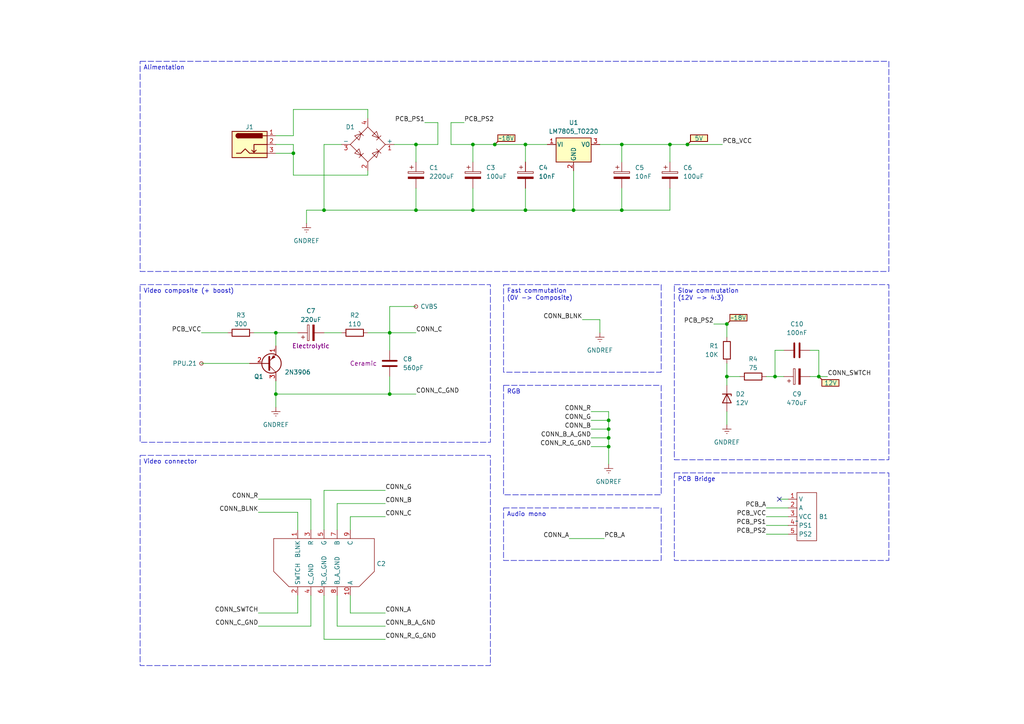
<source format=kicad_sch>
(kicad_sch (version 20230121) (generator eeschema)
  (paper "A4")
  (title_block (title "NES Composite") (date "2023-12-21") (rev "1.1") (company "Cool Inc."))
  (lib_symbols
    (symbol "Connector:Barrel_Jack_Switch_Pin3Ring" (pin_names hide)
      (property "Reference" "J" (at 0 5.334 0))
      (property "Value" "Barrel_Jack_Switch_Pin3Ring" (at 0 -5.08 0))
      (symbol "Barrel_Jack_Switch_Pin3Ring_0_1"
        (rectangle (start -5.08 3.81) (end 5.08 -3.81) (stroke (width 0.254)) (fill (type background)))
        (arc (start -3.302 3.175) (mid -3.9343 2.54) (end -3.302 1.905) (stroke (width 0.254)))
        (arc (start -3.302 3.175) (mid -3.9343 2.54) (end -3.302 1.905) (stroke (width 0.254)) (fill (type outline)))
        (polyline (pts (xy 1.27 -2.286) (xy 1.905 -1.651)) (stroke (width 0.254)))
        (polyline (pts (xy 5.08 2.54) (xy 3.81 2.54)) (stroke (width 0.254)))
        (polyline (pts (xy 5.08 0) (xy 1.27 0) (xy 1.27 -2.286) (xy 0.635 -1.651)) (stroke (width 0.254)))
        (polyline (pts (xy -3.81 -2.54) (xy -2.54 -2.54) (xy -1.27 -1.27) (xy 0 -2.54) (xy 2.54 -2.54) (xy 5.08 -2.54)) (stroke (width 0.254)))
        (rectangle (start 3.683 3.175) (end -3.302 1.905) (stroke (width 0.254)) (fill (type outline)))
      )
      (symbol "Barrel_Jack_Switch_Pin3Ring_1_1"
        (pin passive line (at 7.62 2.54 180) (length 2.54) (name "~") (number "1"))
        (pin passive line (at 7.62 0 180) (length 2.54) (name "~") (number "2"))
        (pin passive line (at 7.62 -2.54 180) (length 2.54) (name "~") (number "3"))
      )
    )
    (symbol "Connector:TestPoint_Flag" (pin_numbers hide) (pin_names (offset 0.762) hide)
      (property "Reference" "TP" (at 3.429 1.778 0))
      (property "Value" "TestPoint_Flag" (at 3.302 4.191 0))
      (symbol "TestPoint_Flag_0_1"
        (polyline (pts (xy 0 0) (xy 0.889 0.889)) (stroke (width 0.254)))
        (rectangle (start 0.889 2.794) (end 5.842 0.889) (stroke (width 0.254)) (fill (type background)))
      )
      (symbol "TestPoint_Flag_1_1"
        (pin passive line (at 0 0 90) (length 0) (name "1") (number "1"))
      )
    )
    (symbol "Connector:TestPoint_Small" (pin_numbers hide) (pin_names (offset 0.762) hide)
      (property "Reference" "TP" (at 0 3.81 0))
      (property "Value" "TestPoint_Small" (at 0 2.032 0))
      (symbol "TestPoint_Small_0_1"
        (circle (center 0 0) (radius 0.508))
      )
      (symbol "TestPoint_Small_1_1"
        (pin passive line (at 0 0 90) (length 0) (name "1") (number "1"))
      )
    )
    (symbol "Device:C" (pin_numbers hide) (pin_names (offset 0.254))
      (property "Reference" "C" (at 0.635 2.54 0))
      (property "Value" "C" (at 0.635 -2.54 0))
      (symbol "C_0_1"
        (polyline (pts (xy -2.032 -0.762) (xy 2.032 -0.762)) (stroke (width 0.508)))
        (polyline (pts (xy -2.032 0.762) (xy 2.032 0.762)) (stroke (width 0.508)))
      )
      (symbol "C_1_1"
        (pin passive line (at 0 3.81 270) (length 2.794) (name "~") (number "1"))
        (pin passive line (at 0 -3.81 90) (length 2.794) (name "~") (number "2"))
      )
    )
    (symbol "Device:C_Polarized" (pin_numbers hide) (pin_names (offset 0.254))
      (property "Reference" "C" (at 0.635 2.54 0))
      (property "Value" "C_Polarized" (at 0.635 -2.54 0))
      (symbol "C_Polarized_0_1"
        (rectangle (start -2.286 0.508) (end 2.286 1.016))
        (polyline (pts (xy -1.778 2.286) (xy -0.762 2.286)))
        (polyline (pts (xy -1.27 2.794) (xy -1.27 1.778)))
        (rectangle (start 2.286 -0.508) (end -2.286 -1.016) (fill (type outline)))
      )
      (symbol "C_Polarized_1_1"
        (pin passive line (at 0 3.81 270) (length 2.794) (name "~") (number "1"))
        (pin passive line (at 0 -3.81 90) (length 2.794) (name "~") (number "2"))
      )
    )
    (symbol "Device:D_Zener" (pin_numbers hide) (pin_names (offset 1.016) hide)
      (property "Reference" "D" (at 0 2.54 0))
      (property "Value" "D_Zener" (at 0 -2.54 0))
      (symbol "D_Zener_0_1"
        (polyline (pts (xy 1.27 0) (xy -1.27 0)))
        (polyline (pts (xy -1.27 -1.27) (xy -1.27 1.27) (xy -0.762 1.27)) (stroke (width 0.254)))
        (polyline (pts (xy 1.27 -1.27) (xy 1.27 1.27) (xy -1.27 0) (xy 1.27 -1.27)) (stroke (width 0.254)))
      )
      (symbol "D_Zener_1_1"
        (pin passive line (at -3.81 0 0) (length 2.54) (name "K") (number "1"))
        (pin passive line (at 3.81 0 180) (length 2.54) (name "A") (number "2"))
      )
    )
    (symbol "Device:R" (pin_numbers hide) (pin_names (offset 0))
      (property "Reference" "R" (at 2.032 0 90))
      (property "Value" "R" (at 0 0 90))
      (symbol "R_0_1"
        (rectangle (start -1.016 -2.54) (end 1.016 2.54) (stroke (width 0.254)))
      )
      (symbol "R_1_1"
        (pin passive line (at 0 3.81 270) (length 1.27) (name "~") (number "1"))
        (pin passive line (at 0 -3.81 90) (length 1.27) (name "~") (number "2"))
      )
    )
    (symbol "Diode_Bridge:B40R" (pin_names (offset 0))
      (property "Reference" "D" (at 2.54 6.985 0))
      (property "Value" "B40R" (at 2.54 5.08 0))
      (symbol "B40R_0_1"
        (polyline (pts (xy -2.54 3.81) (xy -1.27 2.54)))
        (polyline (pts (xy -1.27 -2.54) (xy -2.54 -3.81)))
        (polyline (pts (xy 2.54 -1.27) (xy 3.81 -2.54)))
        (polyline (pts (xy 2.54 1.27) (xy 3.81 2.54)))
        (polyline (pts (xy -3.81 2.54) (xy -2.54 1.27) (xy -1.905 3.175) (xy -3.81 2.54)))
        (polyline (pts (xy -2.54 -1.27) (xy -3.81 -2.54) (xy -1.905 -3.175) (xy -2.54 -1.27)))
        (polyline (pts (xy 1.27 2.54) (xy 2.54 3.81) (xy 3.175 1.905) (xy 1.27 2.54)))
        (polyline (pts (xy 3.175 -1.905) (xy 1.27 -2.54) (xy 2.54 -3.81) (xy 3.175 -1.905)))
        (polyline (pts (xy -5.08 0) (xy 0 -5.08) (xy 5.08 0) (xy 0 5.08) (xy -5.08 0)))
      )
      (symbol "B40R_1_1"
        (pin passive line (at 7.62 0 180) (length 2.54) (name "+") (number "1"))
        (pin passive line (at 0 -7.62 90) (length 2.54) (name "~") (number "2"))
        (pin passive line (at -7.62 0 0) (length 2.54) (name "-") (number "3"))
        (pin passive line (at 0 7.62 270) (length 2.54) (name "~") (number "4"))
      )
    )
    (symbol "NESComposite:NES_PCB_BRIDGE"
      (property "Reference" "B" (at 2.54 8.255 0))
      (symbol "NES_PCB_BRIDGE_0_1"
        (rectangle (start 0 6.985) (end 5.715 -6.985))
      )
      (symbol "NES_PCB_BRIDGE_1_1"
        (pin input line (at -2.54 5.08 0) (length 2.54) (name "V") (number "1"))
        (pin input line (at -2.54 2.54 0) (length 2.54) (name "A") (number "2"))
        (pin power_in line (at -2.54 0 0) (length 2.54) (name "VCC") (number "3"))
        (pin passive line (at -2.54 -2.54 0) (length 2.54) (name "PS1") (number "4"))
        (pin passive line (at -2.54 -5.08 0) (length 2.54) (name "PS2") (number "5"))
      )
    )
    (symbol "NESComposite:NES_video_connector"
      (property "Reference" "C" (at 16.1925 1.5875 0))
      (symbol "NES_video_connector_0_1"
        (polyline (pts (xy -10.16 -6.35) (xy -14.605 -1.905) (xy -14.605 7.62)))
        (polyline (pts (xy -10.16 -6.35) (xy 10.16 -6.35) (xy 14.605 -1.905) (xy 14.605 7.62) (xy -14.605 7.62)))
      )
      (symbol "NES_video_connector_1_1"
        (pin output line (at -7.62 10.16 270) (length 2.54) (name "BLNK") (number "1"))
        (pin output line (at 7.62 -8.89 90) (length 2.54) (name "A") (number "10"))
        (pin output line (at -7.62 -8.89 90) (length 2.54) (name "SWTCH") (number "2"))
        (pin output line (at -3.81 10.16 270) (length 2.54) (name "R") (number "3"))
        (pin passive line (at -3.81 -8.89 90) (length 2.54) (name "C_GND") (number "4"))
        (pin output line (at 0 10.16 270) (length 2.54) (name "G") (number "5"))
        (pin passive line (at 0 -8.89 90) (length 2.54) (name "R_G_GND") (number "6"))
        (pin output line (at 3.81 10.16 270) (length 2.54) (name "B") (number "7"))
        (pin passive line (at 3.81 -8.89 90) (length 2.54) (name "B_A_GND") (number "8"))
        (pin output line (at 7.62 10.16 270) (length 2.54) (name "C") (number "9"))
      )
    )
    (symbol "Regulator_Linear:LM7805_TO220" (pin_names (offset 0.254))
      (property "Reference" "U" (at -3.81 3.175 0))
      (property "Value" "LM7805_TO220" (at 0 3.175 0))
      (symbol "LM7805_TO220_0_1"
        (rectangle (start -5.08 1.905) (end 5.08 -5.08) (stroke (width 0.254)) (fill (type background)))
      )
      (symbol "LM7805_TO220_1_1"
        (pin power_in line (at -7.62 0 0) (length 2.54) (name "VI") (number "1"))
        (pin power_in line (at 0 -7.62 90) (length 2.54) (name "GND") (number "2"))
        (pin power_out line (at 7.62 0 180) (length 2.54) (name "VO") (number "3"))
      )
    )
    (symbol "Transistor_BJT:2N3906" (pin_names (offset 0) hide)
      (property "Reference" "Q" (at 5.08 1.905 0))
      (property "Value" "2N3906" (at 5.08 0 0))
      (symbol "2N3906_0_1"
        (polyline (pts (xy 0.635 0.635) (xy 2.54 2.54)))
        (polyline (pts (xy 0.635 -0.635) (xy 2.54 -2.54) (xy 2.54 -2.54)))
        (polyline (pts (xy 0.635 1.905) (xy 0.635 -1.905) (xy 0.635 -1.905)) (stroke (width 0.508)))
        (polyline (pts (xy 2.286 -1.778) (xy 1.778 -2.286) (xy 1.27 -1.27) (xy 2.286 -1.778) (xy 2.286 -1.778)) (fill (type outline)))
        (circle (center 1.27 0) (radius 2.8194) (stroke (width 0.254)))
      )
      (symbol "2N3906_1_1"
        (pin passive line (at 2.54 -5.08 90) (length 2.54) (name "E") (number "1"))
        (pin input line (at -5.08 0 0) (length 5.715) (name "B") (number "2"))
        (pin passive line (at 2.54 5.08 270) (length 2.54) (name "C") (number "3"))
      )
    )
    (symbol "power:GNDREF" (power) (pin_names (offset 0))
      (property "Value" "GNDREF" (at 0 -3.81 0))
      (symbol "GNDREF_0_1"
        (polyline (pts (xy -0.635 -1.905) (xy 0.635 -1.905)))
        (polyline (pts (xy -0.127 -2.54) (xy 0.127 -2.54)))
        (polyline (pts (xy 0 -1.27) (xy 0 0)))
        (polyline (pts (xy 1.27 -1.27) (xy -1.27 -1.27)))
      )
      (symbol "GNDREF_1_1"
        (pin power_in line (at 0 0 270) (length 0) hide (name "GNDREF") (number "1"))
      )
    )
  )
  (junction (at 194.31 41.91))
  (junction (at 237.49 109.22))
  (junction (at 120.65 60.96))
  (junction (at 199.39 41.91))
  (junction (at 137.16 41.91))
  (junction (at 85.09 44.45))
  (junction (at 180.34 60.96))
  (junction (at 176.53 124.46))
  (junction (at 176.53 127))
  (junction (at 120.65 41.91))
  (junction (at 137.16 60.96))
  (junction (at 180.34 41.91))
  (junction (at 176.53 129.54))
  (junction (at 176.53 121.92))
  (junction (at 166.37 60.96))
  (junction (at 152.4 41.91))
  (junction (at 210.82 93.98))
  (junction (at 80.01 96.52))
  (junction (at 113.03 114.3))
  (junction (at 152.4 60.96))
  (junction (at 113.03 96.52))
  (junction (at 80.01 114.3))
  (junction (at 210.82 109.22))
  (junction (at 143.51 41.91))
  (junction (at 224.79 109.22))
  (junction (at 93.98 60.96))
  (no_connect (at 226.06 144.78))
  (wire (pts (xy 101.6 177.8) (xy 111.76 177.8)))
  (wire (pts (xy 222.25 149.86) (xy 228.6 149.86)))
  (wire (pts (xy 113.03 96.52) (xy 120.65 96.52)))
  (wire (pts (xy 176.53 127) (xy 176.53 129.54)))
  (wire (pts (xy 152.4 60.96) (xy 166.37 60.96)))
  (wire (pts (xy 210.82 93.98) (xy 210.82 97.79)))
  (wire (pts (xy 222.25 152.4) (xy 228.6 152.4)))
  (wire (pts (xy 180.34 54.61) (xy 180.34 60.96)))
  (wire (pts (xy 166.37 49.53) (xy 166.37 60.96)))
  (wire (pts (xy 90.17 144.78) (xy 74.93 144.78)))
  (wire (pts (xy 194.31 60.96) (xy 194.31 54.61)))
  (wire (pts (xy 171.45 124.46) (xy 176.53 124.46)))
  (wire (pts (xy 86.36 177.8) (xy 74.93 177.8)))
  (wire (pts (xy 194.31 41.91) (xy 199.39 41.91)))
  (wire (pts (xy 80.01 114.3) (xy 80.01 118.11)))
  (wire (pts (xy 120.65 88.9) (xy 113.03 88.9)))
  (wire (pts (xy 97.79 146.05) (xy 111.76 146.05)))
  (wire (pts (xy 97.79 172.72) (xy 97.79 181.61)))
  (wire (pts (xy 224.79 109.22) (xy 227.33 109.22)))
  (wire (pts (xy 106.68 50.8) (xy 85.09 50.8)))
  (wire (pts (xy 106.68 31.75) (xy 106.68 34.29)))
  (wire (pts (xy 173.99 92.71) (xy 173.99 96.52)))
  (wire (pts (xy 101.6 172.72) (xy 101.6 177.8)))
  (wire (pts (xy 152.4 41.91) (xy 152.4 46.99)))
  (wire (pts (xy 93.98 60.96) (xy 88.9 60.96)))
  (wire (pts (xy 93.98 96.52) (xy 99.06 96.52)))
  (wire (pts (xy 106.68 96.52) (xy 113.03 96.52)))
  (wire (pts (xy 90.17 153.67) (xy 90.17 144.78)))
  (wire (pts (xy 58.42 96.52) (xy 66.04 96.52)))
  (wire (pts (xy 180.34 60.96) (xy 194.31 60.96)))
  (wire (pts (xy 176.53 121.92) (xy 176.53 124.46)))
  (wire (pts (xy 137.16 54.61) (xy 137.16 60.96)))
  (wire (pts (xy 165.1 156.21) (xy 175.26 156.21)))
  (wire (pts (xy 85.09 31.75) (xy 106.68 31.75)))
  (wire (pts (xy 130.81 35.56) (xy 130.81 41.91)))
  (wire (pts (xy 134.62 35.56) (xy 130.81 35.56)))
  (wire (pts (xy 86.36 148.59) (xy 74.93 148.59)))
  (wire (pts (xy 73.66 96.52) (xy 80.01 96.52)))
  (wire (pts (xy 90.17 181.61) (xy 74.93 181.61)))
  (wire (pts (xy 180.34 41.91) (xy 180.34 46.99)))
  (wire (pts (xy 113.03 96.52) (xy 113.03 101.6)))
  (wire (pts (xy 127 35.56) (xy 123.19 35.56)))
  (wire (pts (xy 106.68 49.53) (xy 106.68 50.8)))
  (wire (pts (xy 93.98 142.24) (xy 111.76 142.24)))
  (wire (pts (xy 72.39 105.41) (xy 58.42 105.41)))
  (wire (pts (xy 152.4 54.61) (xy 152.4 60.96)))
  (wire (pts (xy 171.45 119.38) (xy 176.53 119.38)))
  (wire (pts (xy 80.01 96.52) (xy 80.01 100.33)))
  (wire (pts (xy 90.17 172.72) (xy 90.17 181.61)))
  (wire (pts (xy 224.79 101.6) (xy 224.79 109.22)))
  (wire (pts (xy 127 35.56) (xy 127 41.91)))
  (wire (pts (xy 227.33 101.6) (xy 224.79 101.6)))
  (wire (pts (xy 85.09 50.8) (xy 85.09 44.45)))
  (wire (pts (xy 237.49 101.6) (xy 237.49 109.22)))
  (wire (pts (xy 120.65 41.91) (xy 127 41.91)))
  (wire (pts (xy 113.03 114.3) (xy 120.65 114.3)))
  (wire (pts (xy 93.98 41.91) (xy 93.98 60.96)))
  (wire (pts (xy 130.81 41.91) (xy 137.16 41.91)))
  (wire (pts (xy 80.01 114.3) (xy 113.03 114.3)))
  (wire (pts (xy 226.06 144.78) (xy 228.6 144.78)))
  (wire (pts (xy 176.53 124.46) (xy 176.53 127)))
  (wire (pts (xy 93.98 185.42) (xy 111.76 185.42)))
  (wire (pts (xy 237.49 109.22) (xy 240.03 109.22)))
  (wire (pts (xy 85.09 41.91) (xy 85.09 44.45)))
  (wire (pts (xy 199.39 41.91) (xy 209.55 41.91)))
  (wire (pts (xy 166.37 60.96) (xy 180.34 60.96)))
  (wire (pts (xy 137.16 41.91) (xy 143.51 41.91)))
  (wire (pts (xy 234.95 101.6) (xy 237.49 101.6)))
  (wire (pts (xy 88.9 60.96) (xy 88.9 64.77)))
  (wire (pts (xy 80.01 110.49) (xy 80.01 114.3)))
  (wire (pts (xy 171.45 121.92) (xy 176.53 121.92)))
  (wire (pts (xy 176.53 129.54) (xy 176.53 134.62)))
  (wire (pts (xy 93.98 153.67) (xy 93.98 142.24)))
  (wire (pts (xy 80.01 41.91) (xy 85.09 41.91)))
  (wire (pts (xy 113.03 109.22) (xy 113.03 114.3)))
  (wire (pts (xy 210.82 105.41) (xy 210.82 109.22)))
  (wire (pts (xy 180.34 41.91) (xy 194.31 41.91)))
  (wire (pts (xy 120.65 60.96) (xy 137.16 60.96)))
  (wire (pts (xy 171.45 127) (xy 176.53 127)))
  (wire (pts (xy 207.01 93.98) (xy 210.82 93.98)))
  (wire (pts (xy 176.53 119.38) (xy 176.53 121.92)))
  (wire (pts (xy 173.99 41.91) (xy 180.34 41.91)))
  (wire (pts (xy 80.01 39.37) (xy 85.09 39.37)))
  (wire (pts (xy 80.01 44.45) (xy 85.09 44.45)))
  (wire (pts (xy 171.45 129.54) (xy 176.53 129.54)))
  (wire (pts (xy 210.82 109.22) (xy 210.82 111.76)))
  (wire (pts (xy 97.79 181.61) (xy 111.76 181.61)))
  (wire (pts (xy 152.4 41.91) (xy 158.75 41.91)))
  (wire (pts (xy 86.36 153.67) (xy 86.36 148.59)))
  (wire (pts (xy 113.03 88.9) (xy 113.03 96.52)))
  (wire (pts (xy 93.98 60.96) (xy 120.65 60.96)))
  (wire (pts (xy 210.82 109.22) (xy 214.63 109.22)))
  (wire (pts (xy 93.98 172.72) (xy 93.98 185.42)))
  (wire (pts (xy 85.09 39.37) (xy 85.09 31.75)))
  (wire (pts (xy 194.31 41.91) (xy 194.31 46.99)))
  (wire (pts (xy 101.6 153.67) (xy 101.6 149.86)))
  (wire (pts (xy 137.16 60.96) (xy 152.4 60.96)))
  (wire (pts (xy 99.06 41.91) (xy 93.98 41.91)))
  (wire (pts (xy 114.3 41.91) (xy 120.65 41.91)))
  (wire (pts (xy 86.36 172.72) (xy 86.36 177.8)))
  (wire (pts (xy 143.51 41.91) (xy 152.4 41.91)))
  (wire (pts (xy 168.91 92.71) (xy 173.99 92.71)))
  (wire (pts (xy 234.95 109.22) (xy 237.49 109.22)))
  (wire (pts (xy 101.6 149.86) (xy 111.76 149.86)))
  (wire (pts (xy 137.16 41.91) (xy 137.16 46.99)))
  (wire (pts (xy 222.25 147.32) (xy 228.6 147.32)))
  (wire (pts (xy 210.82 119.38) (xy 210.82 123.19)))
  (wire (pts (xy 120.65 41.91) (xy 120.65 46.99)))
  (wire (pts (xy 120.65 54.61) (xy 120.65 60.96)))
  (wire (pts (xy 97.79 153.67) (xy 97.79 146.05)))
  (wire (pts (xy 80.01 96.52) (xy 86.36 96.52)))
  (wire (pts (xy 222.25 154.94) (xy 228.6 154.94)))
  (wire (pts (xy 222.25 109.22) (xy 224.79 109.22)))
  (text_box "Audio mono" (at 146.05 147.32 0) (size 45.72 15.24) (stroke (width 0) (type dash)) (effects (font (size 1.27 1.27)) (justify left top)))
  (text_box "Alimentation" (at 40.64 17.78 0) (size 217.17 60.96) (stroke (width 0) (type dash)) (effects (font (size 1.27 1.27)) (justify left top)))
  (text_box "Video composite (+ boost)" (at 40.64 82.55 0) (size 101.6 45.72) (stroke (width 0) (type dash)) (effects (font (size 1.27 1.27)) (justify left top)))
  (text_box "Fast commutation\n(0V -> Composite)" (at 146.05 82.55 0) (size 45.72 25.4) (stroke (width 0) (type dash)) (effects (font (size 1.27 1.27)) (justify left top)))
  (text_box "Video connector" (at 40.64 132.08 0) (size 101.6 60.96) (stroke (width 0) (type dash)) (effects (font (size 1.27 1.27)) (justify left top)))
  (text_box "PCB Bridge" (at 195.58 137.16 0) (size 62.23 25.4) (stroke (width 0) (type dash)) (effects (font (size 1.27 1.27)) (justify left top)))
  (text_box "RGB" (at 146.05 111.76 0) (size 45.72 31.75) (stroke (width 0) (type dash)) (effects (font (size 1.27 1.27)) (justify left top)))
  (text_box "Slow commutation\n(12V -> 4:3)" (at 195.58 82.55 0) (size 62.23 50.8) (stroke (width 0) (type dash)) (effects (font (size 1.27 1.27)) (justify left top)))
  (label "CONN_C_GND" (at 74.93 181.61 180))
  (label "PCB_PS2" (at 222.25 154.94 180))
  (label "CONN_A" (at 165.1 156.21 180))
  (label "PCB_PS2" (at 134.62 35.56 0))
  (label "CONN_B_A_GND" (at 111.76 181.61 0))
  (label "PCB_PS2" (at 207.01 93.98 180))
  (label "CONN_C" (at 111.76 149.86 0))
  (label "PCB_A" (at 222.25 147.32 180))
  (label "CONN_R" (at 74.93 144.78 180))
  (label "PCB_VCC" (at 222.25 149.86 180))
  (label "CONN_R" (at 171.45 119.38 180))
  (label "CONN_C" (at 120.65 96.52 0))
  (label "CONN_B" (at 171.45 124.46 180))
  (label "PCB_A" (at 175.26 156.21 0))
  (label "CONN_SWTCH" (at 74.93 177.8 180))
  (label "CONN_G" (at 171.45 121.92 180))
  (label "PCB_VCC" (at 209.55 41.91 0))
  (label "CONN_G" (at 111.76 142.24 0))
  (label "CONN_B" (at 111.76 146.05 0))
  (label "CONN_BLNK" (at 168.91 92.71 180))
  (label "PCB_PS1" (at 123.19 35.56 180))
  (label "CONN_A" (at 111.76 177.8 0))
  (label "CONN_R_G_GND" (at 171.45 129.54 180))
  (label "CONN_BLNK" (at 74.93 148.59 180))
  (label "CONN_R_G_GND" (at 111.76 185.42 0))
  (label "CONN_SWTCH" (at 240.03 109.22 0))
  (label "CONN_B_A_GND" (at 171.45 127 180))
  (label "PCB_PS1" (at 222.25 152.4 180))
  (label "CONN_C_GND" (at 120.65 114.3 0))
  (label "PCB_VCC" (at 58.42 96.52 180))
  (symbol (lib_id "Device:C_Polarized") (at 180.34 50.8 0) (unit 1)
    (property "Reference" "C5" (at 184.15 48.641 0) (effects (justify left)))
    (property "Value" "10nF" (at 184.15 51.181 0) (effects (justify left)))
  )
  (symbol (lib_id "NESComposite:NES_video_connector") (at 93.98 163.83 0) (unit 1)
    (property "Reference" "C2" (at 109.22 163.5125 0) (effects (justify left)))
    (property "Value" "~" (at 93.345 169.545 90))
  )
  (symbol (lib_id "NESComposite:NES_PCB_BRIDGE") (at 231.14 149.86 0) (unit 1)
    (property "Reference" "B1" (at 237.49 149.86 0) (effects (justify left)))
    (property "Value" "~" (at 231.14 151.13 0))
  )
  (symbol (lib_id "Device:C") (at 113.03 105.41 0) (unit 1)
    (property "Reference" "C8" (at 116.84 104.14 0) (effects (justify left)))
    (property "Value" "560pF" (at 116.84 106.68 0) (effects (justify left)))
    (property "Type" "Ceramic" (at 105.41 105.41 0))
  )
  (symbol (lib_id "Connector:TestPoint_Flag") (at 143.51 41.91 0) (unit 1)
    (property "Reference" "TP1" (effects hide))
    (property "Value" "~18V" (at 144.5081 40.1077 0) (effects (justify left)))
  )
  (symbol (lib_id "Connector:Barrel_Jack_Switch_Pin3Ring") (at 72.39 41.91 0) (unit 1)
    (property "Reference" "J1" (at 72.39 36.83 0))
    (property "Value" "Barrel_Jack_Switch_Pin3Ring" (effects hide))
    (property "Footprint" "Connector_BarrelJack:BarrelJack_Horizontal" (effects hide))
  )
  (symbol (lib_id "Regulator_Linear:LM7805_TO220") (at 166.37 41.91 0) (unit 1)
    (property "Reference" "U1" (at 166.37 35.56 0))
    (property "Value" "LM7805_TO220" (at 166.37 38.1 0))
    (property "Footprint" "Package_TO_SOT_THT:TO-220-3_Vertical" (effects hide))
    (property "Datasheet" "https://www.onsemi.cn/PowerSolutions/document/MC7800-D.PDF" (effects hide))
  )
  (symbol (lib_id "Device:C_Polarized") (at 152.4 50.8 0) (unit 1)
    (property "Reference" "C4" (at 156.21 48.641 0) (effects (justify left)))
    (property "Value" "10nF" (at 156.21 51.181 0) (effects (justify left)))
  )
  (symbol (lib_id "Device:C") (at 231.14 101.6 90) (unit 1)
    (property "Reference" "C10" (at 231.14 93.98 90))
    (property "Value" "100nF" (at 231.14 96.52 90))
  )
  (symbol (lib_id "Device:C_Polarized") (at 90.17 96.52 90) (unit 1)
    (property "Reference" "C7" (at 90.17 90.17 90))
    (property "Value" "220uF" (at 90.17 92.71 90))
    (property "Type" "Electrolytic" (at 90.17 100.33 90))
  )
  (symbol (lib_id "Device:C_Polarized") (at 231.14 109.22 90) (unit 1)
    (property "Reference" "C9" (at 231.14 114.3 90))
    (property "Value" "470uF" (at 231.14 116.84 90))
  )
  (symbol (lib_id "Device:R") (at 210.82 101.6 0) (unit 1)
    (property "Reference" "R1" (at 205.74 100.33 0) (effects (justify left)))
    (property "Value" "10K" (at 204.47 102.87 0) (effects (justify left)))
  )
  (symbol (lib_id "Diode_Bridge:B40R") (at 106.68 41.91 0) (unit 1)
    (property "Reference" "D1" (at 101.6 36.83 0))
    (property "Value" "B40R" (effects hide))
    (property "Footprint" "Diode_THT:Diode_Bridge_Round_D9.0mm" (effects hide))
    (property "Datasheet" "https://diotec.com/tl_files/diotec/files/pdf/datasheets/b40r.pdf" (effects hide))
  )
  (symbol (lib_id "Connector:TestPoint_Flag") (at 237.49 109.22 0) (mirror x) (unit 1)
    (property "Reference" "TP3" (effects hide))
    (property "Value" "12V" (at 239.0363 111.094 0) (effects (justify left)))
  )
  (symbol (lib_id "power:GNDREF") (at 176.53 134.62 0) (unit 1)
    (property "Reference" "#PWR05" (effects hide))
    (property "Value" "GNDREF" (at 176.53 139.7 0))
  )
  (symbol (lib_id "Connector:TestPoint_Small") (at 58.42 105.41 0) (mirror x) (unit 1)
    (property "Reference" "PPU.21" (at 57.15 105.41 0) (effects (justify right)))
    (property "Value" "TestPoint_Small" (effects hide))
  )
  (symbol (lib_id "power:GNDREF") (at 88.9 64.77 0) (unit 1)
    (property "Reference" "#PWR01" (effects hide))
    (property "Value" "GNDREF" (at 88.9 69.85 0))
  )
  (symbol (lib_id "Device:C_Polarized") (at 137.16 50.8 0) (unit 1)
    (property "Reference" "C3" (at 140.97 48.641 0) (effects (justify left)))
    (property "Value" "100uF" (at 140.97 51.181 0) (effects (justify left)))
  )
  (symbol (lib_id "Connector:TestPoint_Flag") (at 199.39 41.91 0) (unit 1)
    (property "Reference" "TP4" (effects hide))
    (property "Value" "5V" (at 201.456 40.1263 0) (effects (justify left)))
  )
  (symbol (lib_id "Device:D_Zener") (at 210.82 115.57 270) (unit 1)
    (property "Reference" "D2" (at 213.36 114.3 90) (effects (justify left)))
    (property "Value" "12V" (at 213.36 116.84 90) (effects (justify left)))
  )
  (symbol (lib_id "Device:C_Polarized") (at 120.65 50.8 0) (unit 1)
    (property "Reference" "C1" (at 124.46 48.641 0) (effects (justify left)))
    (property "Value" "2200uF" (at 124.46 51.181 0) (effects (justify left)))
  )
  (symbol (lib_id "Device:R") (at 69.85 96.52 90) (unit 1)
    (property "Reference" "R3" (at 69.85 91.44 90))
    (property "Value" "300" (at 69.85 93.98 90))
  )
  (symbol (lib_id "Transistor_BJT:2N3906") (at 77.47 105.41 0) (mirror x) (unit 1)
    (property "Reference" "Q1" (at 73.66 109.22 0) (effects (justify left)))
    (property "Value" "2N3906" (at 82.55 107.95 0) (effects (justify left)))
    (property "Footprint" "Package_TO_SOT_THT:TO-92_Inline" (effects hide))
    (property "Datasheet" "https://www.onsemi.com/pub/Collateral/2N3906-D.PDF" (effects hide))
  )
  (symbol (lib_id "power:GNDREF") (at 80.01 118.11 0) (unit 1)
    (property "Reference" "#PWR03" (effects hide))
    (property "Value" "GNDREF" (at 80.01 123.19 0))
  )
  (symbol (lib_id "Device:R") (at 218.44 109.22 90) (unit 1)
    (property "Reference" "R4" (at 218.44 104.14 90))
    (property "Value" "75" (at 218.44 106.68 90))
  )
  (symbol (lib_id "power:GNDREF") (at 210.82 123.19 0) (unit 1)
    (property "Reference" "#PWR02" (effects hide))
    (property "Value" "GNDREF" (at 210.82 128.27 0))
  )
  (symbol (lib_id "power:GNDREF") (at 173.99 96.52 0) (unit 1)
    (property "Reference" "#PWR04" (effects hide))
    (property "Value" "GNDREF" (at 173.99 101.6 0))
  )
  (symbol (lib_id "Connector:TestPoint_Small") (at 120.65 88.9 0) (mirror y) (unit 1)
    (property "Reference" "CVBS" (at 121.92 88.9 0) (effects (justify right)))
    (property "Value" "TestPoint_Small" (effects hide))
  )
  (symbol (lib_id "Device:R") (at 102.87 96.52 90) (unit 1)
    (property "Reference" "R2" (at 102.87 91.44 90))
    (property "Value" "110" (at 102.87 93.98 90))
  )
  (symbol (lib_id "Connector:TestPoint_Flag") (at 210.82 93.98 0) (unit 1)
    (property "Reference" "TP2" (effects hide))
    (property "Value" "~18V" (at 211.8181 92.1777 0) (effects (justify left)))
  )
  (symbol (lib_id "Device:C_Polarized") (at 194.31 50.8 0) (unit 1)
    (property "Reference" "C6" (at 198.12 48.641 0) (effects (justify left)))
    (property "Value" "100uF" (at 198.12 51.181 0) (effects (justify left)))
  )
)
</source>
